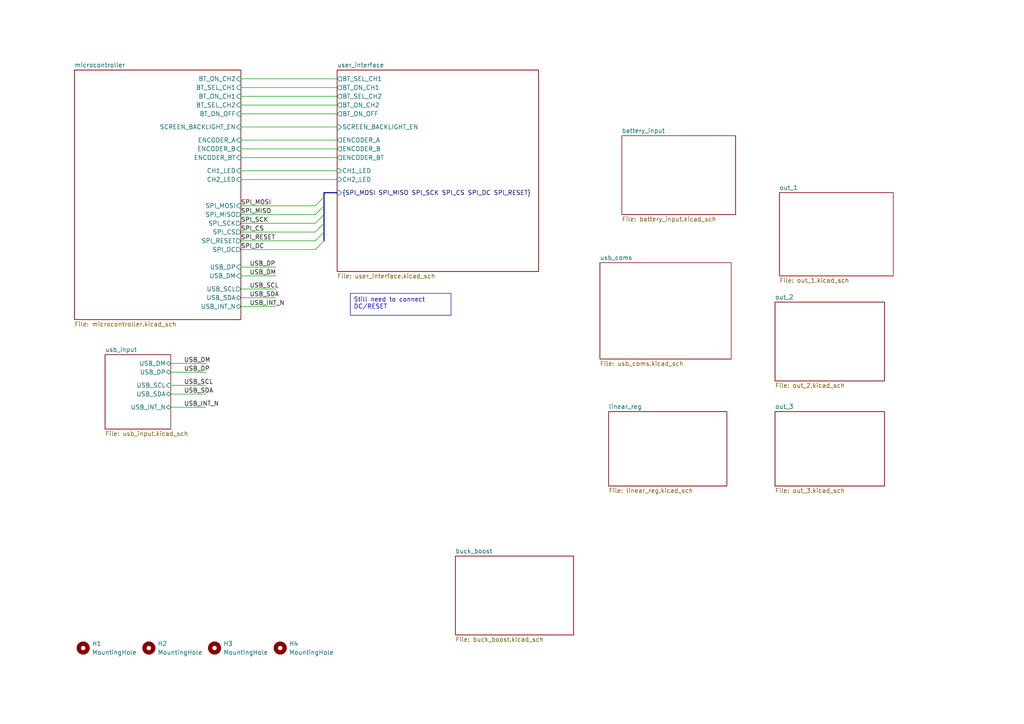
<source format=kicad_sch>
(kicad_sch (version 20231120) (generator "eeschema") (generator_version "8.0")
  (paper "A4")
  (lib_symbols
    (symbol "Mechanical:MountingHole" (pin_names (offset 1.016)) (exclude_from_sim yes) (in_bom no)
      (property "Reference" "H" (at 0 5.08 0))
      (property "Value" "MountingHole" (at 0 3.175 0))
      (symbol "MountingHole_0_1"
        (circle (center 0 0) (radius 1.27) (stroke (width 1.27)))
      )
    )
  )
  (bus_entry (at 93.98 64.77) (size -2.54 2.54))
  (bus_entry (at 93.98 57.15) (size -2.54 2.54))
  (bus_entry (at 93.98 69.85) (size -2.54 2.54))
  (bus_entry (at 93.98 67.31) (size -2.54 2.54))
  (bus_entry (at 93.98 59.69) (size -2.54 2.54))
  (bus_entry (at 93.98 62.23) (size -2.54 2.54))
  (wire (pts (xy 69.85 27.94) (xy 97.79 27.94)))
  (wire (pts (xy 69.85 49.53) (xy 97.79 49.53)))
  (wire (pts (xy 69.85 45.72) (xy 97.79 45.72)))
  (wire (pts (xy 69.85 72.39) (xy 91.44 72.39)))
  (wire (pts (xy 49.53 114.3) (xy 59.69 114.3)))
  (wire (pts (xy 69.85 40.64) (xy 97.79 40.64)))
  (wire (pts (xy 69.85 69.85) (xy 91.44 69.85)))
  (wire (pts (xy 69.85 67.31) (xy 91.44 67.31)))
  (bus (pts (xy 93.98 59.69) (xy 93.98 62.23)))
  (wire (pts (xy 69.85 52.07) (xy 97.79 52.07)))
  (bus (pts (xy 93.98 62.23) (xy 93.98 64.77)))
  (wire (pts (xy 69.85 64.77) (xy 91.44 64.77)))
  (wire (pts (xy 69.85 25.4) (xy 97.79 25.4)))
  (wire (pts (xy 69.85 43.18) (xy 97.79 43.18)))
  (bus (pts (xy 93.98 67.31) (xy 93.98 69.85)))
  (wire (pts (xy 49.53 111.76) (xy 59.69 111.76)))
  (wire (pts (xy 69.85 22.86) (xy 97.79 22.86)))
  (wire (pts (xy 69.85 83.82) (xy 80.01 83.82)))
  (wire (pts (xy 69.85 88.9) (xy 80.01 88.9)))
  (bus (pts (xy 93.98 57.15) (xy 93.98 59.69)))
  (bus (pts (xy 93.98 55.88) (xy 93.98 57.15)))
  (wire (pts (xy 69.85 80.01) (xy 80.01 80.01)))
  (wire (pts (xy 69.85 33.02) (xy 97.79 33.02)))
  (wire (pts (xy 69.85 77.47) (xy 80.01 77.47)))
  (wire (pts (xy 69.85 30.48) (xy 97.79 30.48)))
  (wire (pts (xy 49.53 107.95) (xy 59.69 107.95)))
  (wire (pts (xy 69.85 86.36) (xy 80.01 86.36)))
  (bus (pts (xy 97.79 55.88) (xy 93.98 55.88)))
  (bus (pts (xy 93.98 64.77) (xy 93.98 67.31)))
  (wire (pts (xy 69.85 36.83) (xy 97.79 36.83)))
  (wire (pts (xy 49.53 105.41) (xy 59.69 105.41)))
  (wire (pts (xy 49.53 118.11) (xy 59.69 118.11)))
  (wire (pts (xy 69.85 62.23) (xy 91.44 62.23)))
  (wire (pts (xy 69.85 59.69) (xy 91.44 59.69)))
  (text_box "Still need to connect DC/RESET\n\n" (at 101.6 85.09 0) (size 29.21 6.35) (effects (font (size 1.27 1.27)) (justify left top)))
  (label "SPI_CS" (at 69.85 67.31 0))
  (label "USB_DP" (at 53.34 107.95 0))
  (label "USB_INT_N" (at 53.34 118.11 0))
  (label "USB_DM" (at 72.39 80.01 0))
  (label "USB_SDA" (at 72.39 86.36 0))
  (label "SPI_MOSI" (at 69.85 59.69 0))
  (label "USB_SCL" (at 53.34 111.76 0))
  (label "SPI_DC" (at 69.85 72.39 0))
  (label "SPI_MISO" (at 69.85 62.23 0))
  (label "USB_DP" (at 72.39 77.47 0))
  (label "USB_SDA" (at 53.34 114.3 0))
  (label "USB_SCL" (at 72.39 83.82 0))
  (label "USB_INT_N" (at 72.39 88.9 0))
  (label "USB_DM" (at 53.34 105.41 0))
  (label "SPI_SCK" (at 69.85 64.77 0))
  (label "SPI_RESET" (at 69.85 69.85 0))
  (symbol (lib_id "Mechanical:MountingHole") (at 62.23 187.96 0) (unit 1) (exclude_from_sim yes) (in_bom no)
    (property "Reference" "H3" (at 64.77 186.6899 0) (effects (justify left)))
    (property "Value" "MountingHole" (at 64.77 189.2299 0) (effects (justify left)))
    (property "Footprint" "MountingHole:MountingHole_3.7mm_Pad_Via" (effects (hide yes)))
    (property "Description" "Mounting Hole without connection" (effects (hide yes)))
  )
  (symbol (lib_id "Mechanical:MountingHole") (at 81.28 187.96 0) (unit 1) (exclude_from_sim yes) (in_bom no)
    (property "Reference" "H4" (at 83.82 186.6899 0) (effects (justify left)))
    (property "Value" "MountingHole" (at 83.82 189.2299 0) (effects (justify left)))
    (property "Footprint" "MountingHole:MountingHole_3.7mm_Pad_Via" (effects (hide yes)))
    (property "Description" "Mounting Hole without connection" (effects (hide yes)))
  )
  (symbol (lib_id "Mechanical:MountingHole") (at 24.13 187.96 0) (unit 1) (exclude_from_sim yes) (in_bom no)
    (property "Reference" "H1" (at 26.67 186.6899 0) (effects (justify left)))
    (property "Value" "MountingHole" (at 26.67 189.2299 0) (effects (justify left)))
    (property "Footprint" "MountingHole:MountingHole_3.7mm_Pad_Via" (effects (hide yes)))
    (property "Description" "Mounting Hole without connection" (effects (hide yes)))
  )
  (symbol (lib_id "Mechanical:MountingHole") (at 43.18 187.96 0) (unit 1) (exclude_from_sim yes) (in_bom no)
    (property "Reference" "H2" (at 45.72 186.6899 0) (effects (justify left)))
    (property "Value" "MountingHole" (at 45.72 189.2299 0) (effects (justify left)))
    (property "Footprint" "MountingHole:MountingHole_3.7mm_Pad_Via" (effects (hide yes)))
    (property "Description" "Mounting Hole without connection" (effects (hide yes)))
  )
  (sheet (at 224.79 119.38) (size 31.75 21.59) (stroke (width 0.1524))
    (property "Sheetname" "out_3" (at 224.79 118.6684 0) (effects (justify left bottom)))
    (property "Sheetfile" "out_3.kicad_sch" (at 224.79 141.5546 0) (effects (justify left top)))
  )
  (sheet (at 224.79 87.63) (size 31.75 22.86) (stroke (width 0.1524))
    (property "Sheetname" "out_2" (at 224.79 86.9184 0) (effects (justify left bottom)))
    (property "Sheetfile" "out_2.kicad_sch" (at 224.79 111.0746 0) (effects (justify left top)))
  )
  (sheet (at 132.08 161.29) (size 34.29 22.86) (stroke (width 0.1524))
    (property "Sheetname" "buck_boost" (at 132.08 160.5784 0) (effects (justify left bottom)))
    (property "Sheetfile" "buck_boost.kicad_sch" (at 132.08 184.7346 0) (effects (justify left top)))
  )
  (sheet (at 30.48 102.87) (size 19.05 21.59) (stroke (width 0.1524))
    (property "Sheetname" "usb_input" (at 30.48 102.1584 0) (effects (justify left bottom)))
    (property "Sheetfile" "usb_input.kicad_sch" (at 30.48 125.0446 0) (effects (justify left top)))
    (pin "USB_DM" bidirectional (at 49.53 105.41 0))
    (pin "USB_DP" bidirectional (at 49.53 107.95 0))
    (pin "USB_SCL" input (at 49.53 111.76 0))
    (pin "USB_INT_N" bidirectional (at 49.53 118.11 0))
    (pin "USB_SDA" bidirectional (at 49.53 114.3 0))
  )
  (sheet (at 21.59 20.32) (size 48.26 72.39) (stroke (width 0.1524))
    (property "Sheetname" "microcontroller" (at 21.59 19.6084 0) (effects (justify left bottom)))
    (property "Sheetfile" "microcontroller.kicad_sch" (at 21.59 93.2946 0) (effects (justify left top)))
    (pin "USB_DM" input (at 69.85 80.01 0))
    (pin "SCREEN_BACKLIGHT_EN" input (at 69.85 36.83 0))
    (pin "USB_DP" input (at 69.85 77.47 0))
    (pin "ENCODER_BT" input (at 69.85 45.72 0))
    (pin "ENCODER_A" input (at 69.85 40.64 0))
    (pin "ENCODER_B" input (at 69.85 43.18 0))
    (pin "SPI_SCK" output (at 69.85 64.77 0))
    (pin "SPI_CS" output (at 69.85 67.31 0))
    (pin "SPI_RESET" output (at 69.85 69.85 0))
    (pin "SPI_DC" output (at 69.85 72.39 0))
    (pin "USB_SCL" output (at 69.85 83.82 0))
    (pin "USB_SDA" bidirectional (at 69.85 86.36 0))
    (pin "USB_INT_N" bidirectional (at 69.85 88.9 0))
    (pin "SPI_MISO" output (at 69.85 62.23 0))
    (pin "SPI_MOSI" input (at 69.85 59.69 0))
    (pin "BT_ON_OFF" input (at 69.85 33.02 0))
    (pin "BT_ON_CH2" input (at 69.85 22.86 0))
    (pin "BT_SEL_CH1" input (at 69.85 25.4 0))
    (pin "BT_ON_CH1" input (at 69.85 27.94 0))
    (pin "BT_SEL_CH2" input (at 69.85 30.48 0))
    (pin "CH1_LED" input (at 69.85 49.53 0))
    (pin "CH2_LED" input (at 69.85 52.07 0))
  )
  (sheet (at 226.06 55.88) (size 33.02 24.13) (stroke (width 0.1524))
    (property "Sheetname" "out_1" (at 226.06 55.1684 0) (effects (justify left bottom)))
    (property "Sheetfile" "out_1.kicad_sch" (at 226.06 80.5946 0) (effects (justify left top)))
  )
  (sheet (at 180.34 39.37) (size 33.02 22.86) (stroke (width 0.1524))
    (property "Sheetname" "battery_input" (at 180.34 38.6584 0) (effects (justify left bottom)))
    (property "Sheetfile" "battery_input.kicad_sch" (at 180.34 62.8146 0) (effects (justify left top)))
  )
  (sheet (at 176.53 119.38) (size 34.29 21.59) (stroke (width 0.1524))
    (property "Sheetname" "linear_reg" (at 176.53 118.6684 0) (effects (justify left bottom)))
    (property "Sheetfile" "linear_reg.kicad_sch" (at 176.53 141.5546 0) (effects (justify left top)))
  )
  (sheet (at 173.99 76.2) (size 38.1 27.94) (stroke (width 0.1524))
    (property "Sheetname" "usb_coms" (at 173.99 75.4884 0) (effects (justify left bottom)))
    (property "Sheetfile" "usb_coms.kicad_sch" (at 173.99 104.7246 0) (effects (justify left top)))
  )
  (sheet (at 97.79 20.32) (size 58.42 58.42) (stroke (width 0.1524))
    (property "Sheetname" "user_interface" (at 97.79 19.6084 0) (effects (justify left bottom)))
    (property "Sheetfile" "user_interface.kicad_sch" (at 97.79 79.3246 0) (effects (justify left top)))
    (pin "BT_SEL_CH1" output (at 97.79 22.86 180))
    (pin "ENCODER_A" output (at 97.79 40.64 180))
    (pin "ENCODER_BT" output (at 97.79 45.72 180))
    (pin "BT_ON_CH1" output (at 97.79 25.4 180))
    (pin "SCREEN_BACKLIGHT_EN" input (at 97.79 36.83 180))
    (pin "ENCODER_B" output (at 97.79 43.18 180))
    (pin "BT_ON_CH2" output (at 97.79 30.48 180))
    (pin "{SPI_MOSI SPI_MISO SPI_SCK SPI_CS SPI_DC SPI_RESET}" input (at 97.79 55.88 180))
    (pin "BT_SEL_CH2" output (at 97.79 27.94 180))
    (pin "BT_ON_OFF" output (at 97.79 33.02 180))
    (pin "CH1_LED" input (at 97.79 49.53 180))
    (pin "CH2_LED" input (at 97.79 52.07 180))
  )
)
</source>
